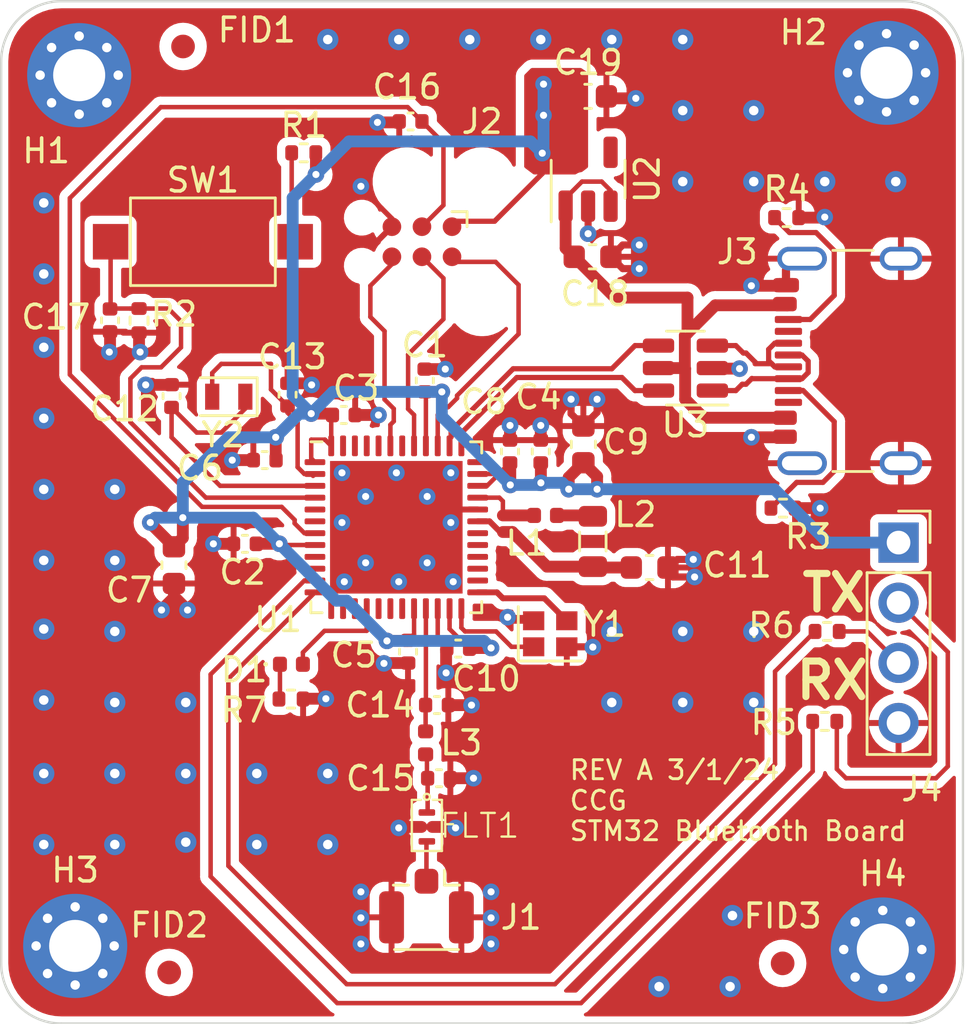
<source format=kicad_pcb>
(kicad_pcb (version 20221018) (generator pcbnew)
  (layers (0 "F.Cu" signal) (1 "In1.Cu" signal) (2 "In2.Cu" signal) (31 "B.Cu" signal) (34 "B.Paste" user) (35 "F.Paste" user) (36 "B.SilkS" user "B.Silkscreen") (37 "F.SilkS" user "F.Silkscreen") (38 "B.Mask" user) (39 "F.Mask" user) (44 "Edge.Cuts" user))
  (net 0 "")
  (net 1 "+3.3V")
  (net 2 "GND")
  (net 3 "Net-(U1-VFBSMPS)")
  (net 4 "Net-(U1-PC15)")
  (net 5 "Net-(U1-PC14)")
  (net 6 "/RF_sig")
  (net 7 "/BOOT0")
  (net 8 "+5V")
  (net 9 "Net-(D1-K)")
  (net 10 "Net-(D1-A)")
  (net 11 "Net-(FLT1-OUT)")
  (net 12 "/SWDIO")
  (net 15 "/UART_TXC")
  (net 16 "/UART_RXC")
  (net 17 "Net-(L1-Pad1)")
  (net 18 "Net-(U1-VLXSMPS)")
  (net 19 "Net-(R1-Pad1)")
  (net 20 "/UART_TX")
  (net 21 "/UART_RX")
  (net 32 "Net-(U1-OSC_OUT)")
  (net 33 "Net-(U1-OSC_IN)")
  (net 40 "/USB_D-")
  (net 41 "/USB_D+")
  (net 48 "/RF_STM")
  (net 49 "/SWDNRST")
  (net 50 "/SWDO")
  (net 51 "/SWDCLK")
  (net 52 "/USBC_D-")
  (net 53 "/USBC_D+")
  (net 54 "/USB_CC2")
  (net 55 "/USB_CC1")
  (footprint "Capacitor_SMD:C_0603_1608Metric" (layer "F.Cu") (at 164.688377 66.676076)
    (fp_text reference "C18")
    (fp_text value "4u7")
  )
  (footprint "MountingHole:MountingHole_2.2mm_M2_Pad_Via" (layer "F.Cu") (at 142.826478 95.783384)
    (fp_text reference "H3")
    (fp_text value "MountingHole_Pad")
  )
  (footprint "BluePillPCBFootPrints:DLFT62500LT-5028A1" (layer "F.Cu") (at 157.686746 90.757051 -90)
    (fp_text reference "FLT1")
    (fp_text value "DLFT62500LT-5028A1")
  )
  (footprint "Package_DFN_QFN:QFN-48-1EP_7x7mm_P0.5mm_EP5.6x5.6mm" (layer "F.Cu") (at 156.396 78.1)
    (fp_text reference "U1")
    (fp_text value "STM32WB55CEU6")
  )
  (footprint "Capacitor_SMD:C_0603_1608Metric" (layer "F.Cu") (at 147 79.7 -90)
    (fp_text reference "C7")
    (fp_text value "4u7")
  )
  (footprint "Resistor_SMD:R_0402_1005Metric" (layer "F.Cu") (at 174.599401 82.5)
    (fp_text reference "R6")
    (fp_text value "100R")
  )
  (footprint "Capacitor_SMD:C_0402_1005Metric" (layer "F.Cu") (at 154.177374 73.357466)
    (fp_text reference "C3")
    (fp_text value "100nF")
  )
  (footprint "Resistor_SMD:R_0402_1005Metric" (layer "F.Cu") (at 172.889357 65.022037 180)
    (fp_text reference "R4")
    (fp_text value "5k1")
  )
  (footprint "Capacitor_SMD:C_0402_1005Metric" (layer "F.Cu") (at 159.012846 83.22412 180)
    (fp_text reference "C10")
    (fp_text value "100nF")
  )
  (footprint "Package_TO_SOT_SMD:SOT-23-6" (layer "F.Cu") (at 168.612954 71.377024 180)
    (fp_text reference "U3")
    (fp_text value "~")
  )
  (footprint "LED_SMD:LED_0402_1005Metric" (layer "F.Cu") (at 151.9646 83.886198)
    (fp_text reference "D1")
    (fp_text value "LED")
  )
  (footprint "Resistor_SMD:R_0402_1005Metric" (layer "F.Cu") (at 145.525139 69.372262 90)
    (fp_text reference "R2")
    (fp_text value "5k1")
  )
  (footprint "Capacitor_SMD:C_0402_1005Metric" (layer "F.Cu") (at 144.3 69.359741 -90)
    (fp_text reference "C17")
    (fp_text value "100nF")
  )
  (footprint "Capacitor_SMD:C_0603_1608Metric" (layer "F.Cu") (at 167.1 79.8)
    (fp_text reference "C11")
    (fp_text value "4u7")
  )
  (footprint "Inductor_SMD:L_0402_1005Metric" (layer "F.Cu") (at 162.7 77.6 180)
    (fp_text reference "L1")
    (fp_text value "10n")
  )
  (footprint "Crystal:Crystal_SMD_2016-4Pin_2.0x1.6mm" (layer "F.Cu") (at 162.9 82.6)
    (fp_text reference "Y1")
    (fp_text value "32MHz")
  )
  (footprint "Button_Switch_SMD:SW_SPST_CK_RS282G05A3" (layer "F.Cu") (at 148.22324 66.04)
    (fp_text reference "SW1")
    (fp_text value "SW_Push")
  )
  (footprint "Capacitor_SMD:C_0402_1005Metric" (layer "F.Cu") (at 146.9 72.557477 -90)
    (fp_text reference "C12")
    (fp_text value "100nF")
  )
  (footprint "Capacitor_SMD:C_0402_1005Metric" (layer "F.Cu") (at 156.891111 83.354943 -90)
    (fp_text reference "C5")
    (fp_text value "100nF")
  )
  (footprint "MountingHole:MountingHole_2.2mm_M2_Pad_Via" (layer "F.Cu") (at 142.995839 59.004987)
    (fp_text reference "H1")
    (fp_text value "MountingHole_Pad")
  )
  (footprint "Crystal:Crystal_SMD_2012-2Pin_2.0x1.2mm" (layer "F.Cu") (at 149.316954 72.585948 180)
    (fp_text reference "Y2")
    (fp_text value "32kHz768")
  )
  (footprint "Capacitor_SMD:C_0603_1608Metric" (layer "F.Cu") (at 164.5 59.9)
    (fp_text reference "C19")
    (fp_text value "4u7")
  )
  (footprint "Capacitor_SMD:C_0402_1005Metric" (layer "F.Cu") (at 151.8 72.5 -90)
    (fp_text reference "C13")
    (fp_text value "100nF")
  )
  (footprint "MountingHole:MountingHole_2.2mm_M2_Pad_Via" (layer "F.Cu") (at 177.111264 58.902187)
    (fp_text reference "H2")
    (fp_text value "MountingHole_Pad")
  )
  (footprint "Capacitor_SMD:C_0402_1005Metric" (layer "F.Cu") (at 161.2 74.9 90)
    (fp_text reference "C8")
    (fp_text value "100nF")
  )
  (footprint "Capacitor_SMD:C_0402_1005Metric" (layer "F.Cu") (at 158.114753 85.608909)
    (fp_text reference "C14")
    (fp_text value "0p8")
  )
  (footprint "Resistor_SMD:R_0402_1005Metric" (layer "F.Cu") (at 151.94787 85.355532)
    (fp_text reference "R7")
    (fp_text value "220R")
  )
  (footprint "Connector_PinSocket_2.54mm:PinSocket_1x04_P2.54mm_Vertical" (layer "F.Cu") (at 177.618312 78.74763)
    (fp_text reference "J4")
    (fp_text value "Conn_01x04")
  )
  (footprint "Connector_USB:USB_C_Receptacle_GCT_USB4105-xx-A_16P_TopMnt_Horizontal" (layer "F.Cu") (at 176.644493 71.074701 90)
    (fp_text reference "J3")
    (fp_text value "USB_C_Receptacle_USB2.0_16P")
  )
  (footprint "Inductor_SMD:L_0805_2012Metric" (layer "F.Cu") (at 164.7 78.7 90)
    (fp_text reference "L2")
    (fp_text value "10u")
  )
  (footprint "Resistor_SMD:R_0402_1005Metric" (layer "F.Cu") (at 152.485405 62.285544)
    (fp_text reference "R1")
    (fp_text value "100R")
  )
  (footprint "Capacitor_SMD:C_0402_1005Metric" (layer "F.Cu") (at 150 78.8 180)
    (fp_text reference "C2")
    (fp_text value "100nF")
  )
  (footprint "Package_TO_SOT_SMD:SOT-23-5" (layer "F.Cu") (at 164.5 63.4 90)
    (fp_text reference "U2")
    (fp_text value "MIC5366-3.3YC5")
  )
  (footprint "Capacitor_SMD:C_0402_1005Metric" (layer "F.Cu") (at 157.6 71.9 90)
    (fp_text reference "C1")
    (fp_text value "100nF")
  )
  (footprint "Capacitor_SMD:C_0603_1608Metric" (layer "F.Cu") (at 164.3 74.6 90)
    (fp_text reference "C9")
    (fp_text value "4u7")
  )
  (footprint "Connector:Tag-Connect_TC2030-IDC-FP_2x03_P1.27mm_Vertical" (layer "F.Cu") (at 157.48 66.04 180)
    (fp_text reference "J2")
    (fp_text value "Conn_ARM_SWD_TagConnect_TC2030")
  )
  (footprint "MountingHole:MountingHole_2.2mm_M2_Pad_Via" (layer "F.Cu") (at 176.952192 95.935012)
    (fp_text reference "H4")
    (fp_text value "MountingHole_Pad")
  )
  (footprint "Fiducial:Fiducial_1mm_Mask2mm" (layer "F.Cu") (at 172.72 96.52)
    (fp_text reference "FID3")
    (fp_text value "Fiducial")
  )
  (footprint "Resistor_SMD:R_0402_1005Metric" (layer "F.Cu") (at 172.73689 77.291052 180)
    (fp_text reference "R3")
    (fp_text value "5k1")
  )
  (footprint "Fiducial:Fiducial_1mm_Mask2mm" (layer "F.Cu") (at 146.799008 96.904935)
    (fp_text reference "FID2")
    (fp_text value "Fiducial")
  )
  (footprint "Connector_Coaxial:U.FL_Hirose_U.FL-R-SMT-1_Vertical" (layer "F.Cu") (at 157.669974 94.1 -90)
    (fp_text reference "J1")
    (fp_text value "Conn_Coaxial")
  )
  (footprint "Capacitor_SMD:C_0402_1005Metric" (layer "F.Cu") (at 158.2 88.7)
    (fp_text reference "C15")
    (fp_text value "0p3")
  )
  (footprint "Capacitor_SMD:C_0402_1005Metric" (layer "F.Cu") (at 162.5 74.9 90)
    (fp_text reference "C4")
    (fp_text value "100nF")
  )
  (footprint "Resistor_SMD:R_0402_1005Metric" (layer "F.Cu") (at 174.5 86.3)
    (fp_text reference "R5")
    (fp_text value "100R")
  )
  (footprint "Inductor_SMD:L_0402_1005Metric" (layer "F.Cu") (at 157.63371 87.206707 -90)
    (fp_text reference "L3")
    (fp_text value "2n7")
  )
  (footprint "Capacitor_SMD:C_0402_1005Metric" (layer "F.Cu") (at 157 60.96 180)
    (fp_text reference "C16")
    (fp_text value "100nF")
  )
  (footprint "Capacitor_SMD:C_0402_1005Metric" (layer "F.Cu") (at 150.83522 75.263306 180)
    (fp_text reference "C6")
    (fp_text value "100nF")
  )
  (footprint "Fiducial:Fiducial_1mm_Mask2mm" (layer "F.Cu") (at 147.384943 57.793768)
    (fp_text reference "FID1")
    (fp_text value "Fiducial")
  )
  (gr_arc (start 180.34 96.52) (mid 179.596051 98.316051) (end 177.8 99.06) (stroke (width 0.1)) (layer "Edge.Cuts"))
  (gr_line (start 139.7 96.52) (end 139.7 58.42) (stroke (width 0.1)) (layer "Edge.Cuts"))
  (gr_arc (start 139.700001 58.42) (mid 140.443949 56.623949) (end 142.24 55.88) (stroke (width 0.1)) (layer "Edge.Cuts"))
  (gr_line (start 142.24 55.88) (end 177.8 55.88) (stroke (width 0.1)) (layer "Edge.Cuts"))
  (gr_line (start 177.8 99.06) (end 142.24 99.06) (stroke (width 0.1)) (layer "Edge.Cuts"))
  (gr_arc (start 142.24 99.06) (mid 140.443949 98.316051) (end 139.7 96.52) (stroke (width 0.1)) (layer "Edge.Cuts"))
  (gr_arc (start 177.8 55.88) (mid 179.596051 56.623949) (end 180.34 58.42) (stroke (width 0.1)) (layer "Edge.Cuts"))
  (gr_line (start 180.34 58.42) (end 180.34 96.52) (stroke (width 0.1)) (layer "Edge.Cuts"))
  (gr_text "TX" (at 173.4 81.75) (layer "F.SilkS") (effects (font (size 1.5 1.5) (thickness 0.3) bold) (justify left bottom)))
  (gr_text "RX" (at 173.15 85.45) (layer "F.SilkS") (effects (font (size 1.5 1.5) (thickness 0.3) bold) (justify left bottom)))
  (gr_text "REV A 3/1/24\nCCG \nSTM32 Bluetooth Board\n" (at 163.65 91.4) (layer "F.SilkS") (effects (font (size 0.8 0.8) (thickness 0.125)) (justify left bottom)))
  (segment (start 152.9585 75.35) (end 152.8 75.1915) (width 0.19) (layer "F.Cu") (net 1))
  (segment (start 158.9803 65.1747) (end 160.547867 65.1747) (width 0.22) (layer "F.Cu") (net 1))
  (segment (start 160.73 75.85) (end 161.2 75.38) (width 0.19) (layer "F.Cu") (net 1))
  (segment (start 153.3835 74.4) (end 153.646 74.6625) (width 0.19) (layer "F.Cu") (net 1))
  (segment (start 157.646 74.6625) (end 157.646 72.426) (width 0.19) (layer "F.Cu") (net 1))
  (segment (start 159.8335 76.35) (end 160.23 76.35) (width 0.19) (layer "F.Cu") (net 1))
  (segment (start 161.21198 76.312739) (end 161.21198 75.39198) (width 0.5) (layer "F.Cu") (net 1))
  (segment (start 151.508233 78.85) (end 151.45503 78.796797) (width 0.19) (layer "F.Cu") (net 1))
  (segment (start 158.75 65.405) (end 158.9803 65.1747) (width 0.22) (layer "F.Cu") (net 1))
  (segment (start 152.8 73.3) (end 153.639908 73.3) (width 0.5) (layer "F.Cu") (net 1))
  (segment (start 158.32 72.38) (end 157.6 72.38) (width 0.5) (layer "F.Cu") (net 1))
  (segment (start 162.601132 62.2625) (end 162.563632 62.3) (width 0.5) (layer "F.Cu") (net 1))
  (segment (start 150.483203 78.796797) (end 150.48 78.8) (width 0.5) (layer "F.Cu") (net 1))
  (segment (start 163.680465 76.4931) (end 163.680465 75.994535) (width 0.5) (layer "F.Cu") (net 1))
  (segment (start 159.472576 83.22412) (end 159.492846 83.22412) (width 0.19) (layer "F.Cu") (net 1))
  (segment (start 158.646 82.397544) (end 159.472576 83.22412) (width 0.19) (layer "F.Cu") (net 1))
  (segment (start 157.146 81.5375) (end 157.146 82.620054) (width 0.19) (layer "F.Cu") (net 1))
  (segment (start 161.21198 75.39198) (end 161.2 75.38) (width 0.5) (layer "F.Cu") (net 1))
  (segment (start 152.8 74.4) (end 153.3835 74.4) (width 0.19) (layer "F.Cu") (net 1))
  (segment (start 153 63.2) (end 153 62.290139) (width 0.5) (layer "F.Cu") (net 1))
  (segment (start 157.146 82.620054) (end 156.891111 82.874943) (width 0.19) (layer "F.Cu") (net 1))
  (segment (start 164.880465 75.955465) (end 164.3 75.375) (width 0.5) (layer "F.Cu") (net 1))
  (segment (start 152.8 75.1915) (end 152.8 74.4) (width 0.19) (layer "F.Cu") (net 1))
  (segment (start 160.547867 65.1747) (end 162.563632 63.158935) (width 0.22) (layer "F.Cu") (net 1))
  (segment (start 159.8335 75.85) (end 160.73 75.85) (width 0.19) (layer "F.Cu") (net 1))
  (segment (start 151.3 74.3) (end 151.3 75.248086) (width 0.5) (layer "F.Cu") (net 1))
  (segment (start 157.646 72.426) (end 157.6 72.38) (width 0.19) (layer "F.Cu") (net 1))
  (segment (start 162.505058 75.385058) (end 162.5 75.38) (width 0.5) (layer "F.Cu") (net 1))
  (segment (start 160.23 76.35) (end 161.2 75.38) (width 0.19) (layer "F.Cu") (net 1))
  (segment (start 158.646 81.5375) (end 158.646 82.397544) (width 0.19) (layer "F.Cu") (net 1))
  (segment (start 163.680465 75.994535) (end 164.3 75.375) (width 0.5) (layer "F.Cu") (net 1))
  (segment (start 146 77.9) (end 146 77.925) (width 0.5) (layer "F.Cu") (net 1))
  (segment (start 162.563632 63.158935) (end 162.563632 62.3) (width 0.22) (layer "F.Cu") (net 1))
  (segment (start 153.639908 73.3) (end 153.697374 73.357466) (width 0.5) (layer "F.Cu") (net 1))
  (segment (start 156 82.9) (end 156.866054 82.9) (width 0.5) (layer "F.Cu") (net 1))
  (segment (start 152.9585 78.85) (end 151.508233 78.85) (width 0.19) (layer "F.Cu") (net 1))
  (segment (start 160.4 83.2) (end 159.516966 83.2) (width 0.5) (layer "F.Cu") (net 1))
  (segment (start 151.35503 78.796797) (end 150.483203 78.796797) (width 0.5) (layer "F.Cu") (net 1))
  (segment (start 151.3 75.248086) (end 151.31522 75.263306) (width 0.5) (layer "F.Cu") (net 1))
  (segment (start 153.646 73.40884) (end 153.697374 73.357466) (width 0.19) (layer "F.Cu") (net 1))
  (segment (start 153 62.290139) (end 152.995405 62.285544) (width 0.5) (layer "F.Cu") (net 1))
  (segment (start 156.866054 82.9) (end 156.891111 82.874943) (width 0.5) (layer "F.Cu") (net 1))
  (segment (start 147.375076 77.695528) (end 147.375076 78.549924) (width 0.5) (layer "F.Cu") (net 1))
  (segment (start 162.505058 76.222844) (end 162.505058 75.385058) (width 0.5) (layer "F.Cu") (net 1))
  (segment (start 147.375076 78.549924) (end 147 78.925) (width 0.5) (layer "F.Cu") (net 1))
  (segment (start 164.880465 76.4931) (end 164.880465 75.955465) (width 0.5) (layer "F.Cu") (net 1))
  (segment (start 153.646 74.6625) (end 153.646 73.40884) (width 0.19) (layer "F.Cu") (net 1))
  (segment (start 146 77.925) (end 147 78.925) (width 0.5) (layer "F.Cu") (net 1))
  (segment (start 159.516966 83.2) (end 159.492846 83.22412) (width 0.5) (layer "F.Cu") (net 1))
  (via (at 162.616727 59.383997) (size 0.7) (drill 0.3) (layers "F.Cu" "B.Cu") (net 1))
  (via (at 151.3 74.3) (size 0.7) (drill 0.3) (layers "F.Cu" "B.Cu") (net 1))
  (via (at 153 63.2) (size 0.7) (drill 0.3) (layers "F.Cu" "B.Cu") (net 1))
  (via (at 162.563632 62.3) (size 0.7) (drill 0.3) (layers "F.Cu" "B.Cu") (net 1))
  (via (at 162.505058 76.222844) (size 0.7) (drill 0.3) (layers "F.Cu" "B.Cu") (net 1))
  (via (at 160.4 83.2) (size 0.7) (drill 0.3) (layers "F.Cu" "B.Cu") (net 1))
  (via (at 156 82.9) (size 0.7) (drill 0.3) (layers "F.Cu" "B.Cu") (net 1))
  (via (at 164.880465 76.4931) (size 0.7) (drill 0.3) (layers "F.Cu" "B.Cu") (net 1))
  (via (at 161.21198 76.312739) (size 0.7) (drill 0.3) (layers "F.Cu" "B.Cu") (net 1))
  (via (at 151.45503 78.796797) (size 0.7) (drill 0.3) (layers "F.Cu" "B.Cu") (net 1))
  (via (at 162.616727 60.7) (size 0.7) (drill 0.3) (layers "F.Cu" "B.Cu") (net 1))
  (via (at 147.375076 77.695528) (size 0.7) (drill 0.3) (layers "F.Cu" "B.Cu") (net 1))
  (via (at 152.8 73.3) (size 0.7) (drill 0.3) (layers "F.Cu" "B.Cu") (net 1))
  (via (at 163.680465 76.4931) (size 0.7) (drill 0.3) (layers "F.Cu" "B.Cu") (net 1))
  (via (at 146 77.9) (size 0.7) (drill 0.3) (layers "F.Cu" "B.Cu") (net 1))
  (via (at 158.31956 72.381364) (size 0.7) (drill 0.3) (layers "F.Cu" "B.Cu") (net 1))
  (segment (start 152.017489 64.182511) (end 152.017489 72.517489) (width 0.5) (layer "B.Cu") (net 1))
  (segment (start 151.3 74.3) (end 149.297363 74.3) (width 0.5) (layer "B.Cu") (net 1))
  (segment (start 162.066182 61.80255) (end 154.39745 61.80255) (width 0.5) (layer "B.Cu") (net 1))
  (segment (start 151.45503 78.796797) (end 153.858233 81.2) (width 0.5) (layer "B.Cu") (net 1))
  (segment (start 149.297363 74.3) (end 147.375076 76.222287) (width 0.5) (layer "B.Cu") (net 1))
  (segment (start 150.353761 77.695528) (end 147.375076 77.695528) (width 0.5) (layer "B.Cu") (net 1))
  (segment (start 154.39745 61.80255) (end 153 63.2) (width 0.5) (layer "B.Cu") (net 1))
  (segment (start 162.616727 60.7) (end 162.616727 62.246905) (width 0.5) (layer "B.Cu") (net 1))
  (segment (start 153 63.2) (end 152.017489 64.182511) (width 0.5) (layer "B.Cu") (net 1))
  (segment (start 153.718636 72.381364) (end 158.31956 72.381364) (width 0.5) (layer "B.Cu") (net 1))
  (segment (start 152.8 73.3) (end 153.718636 72.381364) (width 0.5) (layer "B.Cu") (net 1))
  (segment (start 147.375076 77.695528) (end 146.204472 77.695528) (width 0.5) (layer "B.Cu") (net 1))
  (segment (start 146.204472 77.695528) (end 146 77.9) (width 0.5) (layer "B.Cu") (net 1))
  (segment (start 158.31956 73.420319) (end 161.21198 76.312739) (width 0.5) (layer "B.Cu") (net 1))
  (segment (start 164.880465 76.4931) (end 172.37218 76.4931) (width 0.5) (layer "B.Cu") (net 1))
  (segment (start 172.37218 76.4931) (end 174.62671 78.74763) (width 0.5) (layer "B.Cu") (net 1))
  (segment (start 152.017489 72.517489) (end 152.8 73.3) (width 0.5) (layer "B.Cu") (net 1))
  (segment (start 156 82.9) (end 160.1 82.9) (width 0.5) (layer "B.Cu") (net 1))
  (segment (start 163.410209 76.222844) (end 163.680465 76.4931) (width 0.5) (layer "B.Cu") (net 1))
  (segment (start 162.505058 76.222844) (end 163.410209 76.222844) (width 0.5) (layer "B.Cu") (net 1))
  (segment (start 162.616727 62.246905) (end 162.563632 62.3) (width 0.5) (layer "B.Cu") (net 1))
  (segment (start 152.3 73.3) (end 151.3 74.3) (width 0.5) (layer "B.Cu") (net 1))
  (segment (start 162.616727 60.7) (end 162.616727 59.383997) (width 0.5) (layer "B.Cu") (net 1))
  (segment (start 174.62671 78.74763) (end 177.618312 78.74763) (width 0.5) (layer "B.Cu") (net 1))
  (segment (start 161.21198 76.312739) (end 162.415163 76.312739) (width 0.5) (layer "B.Cu") (net 1))
  (segment (start 153.858233 81.2) (end 154.3 81.2) (width 0.5) (layer "B.Cu") (net 1))
  (segment (start 160.1 82.9) (end 160.4 83.2) (width 0.5) (layer "B.Cu") (net 1))
  (segment (start 158.31956 72.381364) (end 158.31956 73.420319) (width 0.5) (layer "B.Cu") (net 1))
  (segment (start 154.3 81.2) (end 156 82.9) (width 0.5) (layer "B.Cu") (net 1))
  (segment (start 151.45503 78.796797) (end 150.353761 77.695528) (width 0.5) (layer "B.Cu") (net 1))
  (segment (start 147.375076 76.222287) (end 147.375076 77.695528) (width 0.5) (layer "B.Cu") (net 1))
  (segment (start 152.8 73.3) (end 152.3 73.3) (width 0.5) (layer "B.Cu") (net 1))
  (segment (start 162.563632 62.3) (end 162.066182 61.80255) (width 0.5) (layer "B.Cu") (net 1))
  (segment (start 163.680465 76.4931) (end 164.880465 76.4931) (width 0.5) (layer "B.Cu") (net 1))
  (segment (start 162.415163 76.312739) (end 162.505058 76.222844) (width 0.5) (layer "B.Cu") (net 1))
  (segment (start 147 81.070604) (end 146.475076 81.595528) (width 0.5) (layer "F.Cu") (net 2))
  (segment (start 163.595193 83.15) (end 164.687995 83.15) (width 0.3) (layer "F.Cu") (net 2))
  (segment (start 156.891111 83.834943) (end 155.889336 83.834943) (width 0.5) (layer "F.Cu") (net 2))
  (segment (start 154.9 63.757567) (end 156.21 65.067567) (width 0.22) (layer "F.Cu") (net 2))
  (segment (start 173.399357 65.022037) (end 174.477963 65.022037) (width 0.5) (layer "F.Cu") (net 2))
  (segment (start 168.276389 79.45784) (end 168.945037 79.45784) (width 0.3) (layer "F.Cu") (net 2))
  (segment (start 158.5 83.256966) (end 158.532846 83.22412) (width 0.5) (layer "F.Cu") (net 2))
  (segment (start 174.477963 65.022037) (end 174.5 65) (width 0.5) (layer "F.Cu") (net 2))
  (segment (start 159.8335 77.35) (end 157.146 77.35) (width 0.25) (layer "F.Cu") (net 2))
  (segment (start 158.599007 85.613163) (end 158.594753 85.608909) (width 0.5) (layer "F.Cu") (net 2))
  (segment (start 170.9 71.4) (end 169.77343 71.4) (width 0.5) (layer "F.Cu") (net 2))
  (segment (start 156.541195 90.757051) (end 156.5 90.798246) (width 0.5) (layer "F.Cu") (net 2))
  (segment (start 158.5 84.25) (end 158.5 83.256966) (width 0.5) (layer "F.Cu") (net 2))
  (segment (start 151.8 72.02) (end 152.750684 72.02) (width 0.5) (layer "F.Cu") (net 2))
  (segment (start 167.81104 79.923189) (end 168.276389 79.45784) (width 0.3) (layer "F.Cu") (net 2))
  (segment (start 166.516727 59.983997) (end 165.358997 59.983997) (width 0.5) (layer "F.Cu") (net 2))
  (segment (start 173.24689 77.291052) (end 174.301503 77.291052) (width 0.5) (layer "F.Cu") (net 2))
  (segment (start 146.891856 72.085621) (end 146.9 72.077477) (width 0.5) (layer "F.Cu") (net 2))
  (segment (start 149.465428 75.263306) (end 149.462961 75.265773) (width 0.5) (layer "F.Cu") (net 2))
  (segment (start 164.5 65.439708) (end 164.5 65.7) (width 0.3) (layer "F.Cu") (net 2))
  (segment (start 172.939194 74.3) (end 172.964493 74.274701) (width 0.5) (layer "F.Cu") (net 2))
  (segment (start 158.858805 90.757051) (end 157.914246 90.757051) (width 0.5) (layer "F.Cu") (net 2))
  (segment (start 145.805333 72.085621) (end 146.891856 72.085621) (width 0.5) (layer "F.Cu") (net 2))
  (segment (start 144.3 69.839741) (end 144.3 70.668789) (width 0.5) (layer "F.Cu") (net 2))
  (segment (start 144.3 70.668789) (end 144.268789 70.7) (width 0.5) (layer "F.Cu") (net 2))
  (segment (start 158.146 82.837274) (end 158.532846 83.22412) (width 0.19) (layer "F.Cu") (net 2))
  (segment (start 155.6 61) (end 156.48 61) (width 0.5) (layer "F.Cu") (net 2))
  (segment (start 165.963377 66.176076) (end 165.463377 66.676076) (width 0.3) (layer "F.Cu") (net 2))
  (segment (start 157.459246 90.757051) (end 156.541195 90.757051) (width 0.5) (layer "F.Cu") (net 2))
  (segment (start 158.465175 71.42) (end 157.6 71.42) (width 0.5) (layer "F.Cu") (net 2))
  (segment (start 146.883455 72.085621) (end 146.887856 72.090022) (width 0.5) (layer "F.Cu") (net 2))
  (segment (start 155.640998 73.357466) (end 155.64348 73.359948) (width 0.5) (layer "F.Cu") (net 2))
  (segment (start 158.653192 88.89247) (end 158.652623 88.893039) (width 0.5) (layer "F.Cu") (net 2))
  (segment (start 147 80.475) (end 147 81.070604) (width 0.5) (layer "F.Cu") (net 2))
  (segment (start 152.750684 72.02) (end 152.817489 72.086805) (width 0.5) (layer "F.Cu") (net 2))
  (segment (start 150.35522 75.263306) (end 149.465428 75.263306) (width 0.5) (layer "F.Cu") (net 2))
  (segment (start 168.087851 80.2) (end 167.81104 79.923189) (width 0.3) (layer "F.Cu") (net 2))
  (segment (start 152.471463 85.341939) (end 152.45787 85.355532) (width 0.5) (layer "F.Cu") (net 2))
  (segment (start 157.146 77.35) (end 156.396 78.1) (width 0.25) (layer "F.Cu") (net 2))
  (segment (start 147 80.475) (end 147 81.020452) (width 0.5) (layer "F.Cu") (net 2))
  (segment (start 172.939194 67.9) (end 172.964493 67.874701) (width 0.5) (layer "F.Cu") (net 2))
  (segment (start 159.573812 85.613163) (end 158.599007 85.613163) (width 0.5) (layer "F.Cu") (net 2))
  (segment (start 164.880465 73.244535) (end 164.3 73.825) (width 0.3) (layer "F.Cu") (net 2))
  (segment (start 161.2 73.8) (end 161.2 74.42) (width 0.5) (layer "F.Cu") (net 2))
  (segment (start 161.154807 81.954807) (end 162.1 81.954807) (width 0.3) (layer "F.Cu") (net 2))
  (segment (start 165.963377 67.176076) (end 165.463377 66.676076) (width 0.3) (layer "F.Cu") (net 2))
  (segment (start 166.663632 67.176076) (end 165.963377 67.176076) (width 0.3) (layer "F.Cu") (net 2))
  (segment (start 163.780465 72.6931) (end 163.780465 73.305465) (width 0.3) (layer "F.Cu") (net 2))
  (segment (start 166.663632 66.176076) (end 165.963377 66.176076) (width 0.3) (layer "F.Cu") (net 2))
  (segment (start 163.780465 73.305465) (end 164.3 73.825) (width 0.3) (layer "F.Cu") (net 2))
  (segment (start 174.301503 77.291052) (end 174.305558 77.295107) (width 0.5) (layer "F.Cu") (net 2))
  (segment (start 154.657374 73.357466) (end 155.640998 73.357466) (width 0.5) (layer "F.Cu") (net 2))
  (segment (start 148.666673 78.8) (end 149.52 78.8) (width 0.5) (layer "F.Cu") (net 2))
  (segment (start 155.889336 83.834943) (end 155.874313 83.849966) (width 0.5) (layer "F.Cu") (net 2))
  (segment (start 145.525139 70.65635) (end 145.568789 70.7) (width 0.5) (layer "F.Cu") (net 2))
  (segment (start 158.9 90.798246) (end 158.858805 90.757051) (width 0.5) (layer "F.Cu") (net 2))
  (segment (start 159.657402 88.699431) (end 158.653192 88.699431) (width 0.5) (layer "F.Cu") (net 2))
  (segment (start 145.525139 69.882262) (end 145.525139 70.65635) (width 0.5) (layer "F.Cu") (net 2))
  (segment (start 147 81.020452) (end 147.575076 81.595528) (width 0.5) (layer "F.Cu") (net 2))
  (segment (start 154.9 63.7) (end 154.9 63.757567) (width 0.22) (layer "F.Cu") (net 2))
  (segment (start 169.77343 71.4) (end 169.750454 71.377024) (width 0.5) (layer "F.Cu") (net 2))
  (segment (start 161.1 81.9) (end 161.154807 81.954807) (width 0.3) (layer "F.Cu") (net 2))
  (segment (start 171.4 74.3) (end 172.939194 74.3) (width 0.5) (layer "F.Cu") (net 2))
  (segment (start 153.419757 85.341939) (end 152.471463 85.341939) (width 0.5) (layer "F.Cu") (net 2))
  (segment (start 169 80.2) (end 168.087851 80.2) (width 0.3) (layer "F.Cu") (net 2))
  (segment (start 171.4 67.9) (end 172.939194 67.9) (width 0.5) (layer "F.Cu") (net 2))
  (segment (start 164.880465 72.6931) (end 164.880465 73.244535) (width 0.3) (layer "F.Cu") (net 2))
  (segment (start 158.146 81.5375) (end 158.146 82.837274) (width 0.19) (layer "F.Cu") (net 2))
  (segment (start 156.21 65.067567) (end 156.21 65.405) (width 0.22) (layer "F.Cu") (net 2))
  (segment (start 156.48 61) (end 156.52 60.96) (width 0.5) (layer "F.Cu") (net 2))
  (segment (start 164.5 65.7) (end 164.5 64.35) (width 0.3) (layer "F.Cu") (net 2))
  (segment (start 162.5 73.8) (end 162.5 74.42) (width 0.5) (layer "F.Cu") (net 2))
  (via (at 159.573812 85.613163) (size 0.7) (drill 0.3) (layers "F.Cu" "B.Cu") (net 2))
  (via (at 145.568789 70.7) (size 0.7) (drill 0.3) (layers "F.Cu" "B.Cu") (net 2))
  (via (at 165.5 57.5) (size 0.9) (drill 0.4) (layers "F.Cu" "B.Cu") (net 2))
  (via (at 147.5 85.5) (size 0.9) (drill 0.4) (layers "F.Cu" "B.Cu") (net 2))
  (via (at 155.874313 83.849966) (size 0.7) (drill 0.3) (layers "F.Cu" "B.Cu") (net 2))
  (via (at 157.7 76.8) (size 0.7) (drill 0.3) (layers "F.Cu" "B.Cu") (net 2))
  (via (at 170.6 94.5) (size 0.9) (drill 0.4) (layers "F.Cu" "B.Cu") (net 2))
  (via (at 168.945037 79.45784) (size 0.7) (drill 0.3) (layers "F.Cu" "B.Cu") (net 2))
  (via (at 156.5 90.798246) (size 0.7) (drill 0.3) (layers "F.Cu" "B.Cu") (net 2))
  (via (at 166.663632 66.176076) (size 0.7) (drill 0.3) (layers "F.Cu" "B.Cu") (net 2))
  (via (at 171.5 60.5) (size 0.9) (drill 0.4) (layers "F.Cu" "B.Cu") (net 2))
  (via (at 155.6 61) (size 0.7) (drill 0.3) (layers "F.Cu" "B.Cu") (net 2))
  (via (at 168.5 60.5) (size 0.9) (drill 0.4) (layers "F.Cu" "B.Cu") (net 2))
  (via (at 160.4 95.698246) (size 0.7) (drill 0.3) (layers "F.Cu" "B.Cu") (net 2))
  (via (at 157.7 79.6) (size 0.7) (drill 0.3) (layers "F.Cu" "B.Cu") (net 2))
  (via (at 144.5 82.5) (size 0.9) (drill 0.4) (layers "F.Cu" "B.Cu") (net 2))
  (via (at 155.1 79.6) (size 0.7) (drill 0.3) (layers "F.Cu" "B.Cu") (net 2))
  (via (at 164.880465 72.6931) (size 0.7) (drill 0.3) (layers "F.Cu" "B.Cu") (net 2))
  (via (at 158.8 80.4) (size 0.7) (drill 0.3) (layers "F.Cu" "B.Cu") (net 2))
  (via (at 141.5 91.5) (size 0.9) (drill 0.4) (layers "F.Cu" "B.Cu") (net 2))
  (via (at 159.657402 88.699431) (size 0.7) (drill 0.3) (layers "F.Cu" "B.Cu") (net 2))
  (via (at 169 80.2) (size 0.7) (drill 0.3) (layers "F.Cu" "B.Cu") (net 2))
  (via (at 148.666673 78.8) (size 0.7) (drill 0.3) (layers "F.Cu" "B.Cu") (net 2))
  (via (at 145.805333 72.085621) (size 0.7) (drill 0.3) (layers "F.Cu" "B.Cu") (net 2))
  (via (at 153.5 57.5) (size 0.9) (drill 0.4) (layers "F.Cu" "B.Cu") (net 2))
  (via (at 141.5 70.5) (size 0.9) (drill 0.4) (layers "F.Cu" "B.Cu") (net 2))
  (via (at 154.9 93.498246) (size 0.7) (drill 0.3) (layers "F.Cu" "B.Cu") (net 2))
  (via (at 149.462961 75.265773) (size 0.7) (drill 0.3) (layers "F.Cu" "B.Cu") (net 2))
  (via (at 159.5 57.5) (size 0.9) (drill 0.4) (layers "F.Cu" "B.Cu") (net 2))
  (via (at 147.5 88.5) (size 0.9) (drill 0.4) (layers "F.Cu" "B.Cu") (net 2))
  (via (at 144.5 85.5) (size 0.9) (drill 0.4) (layers "F.Cu" "B.Cu") (net 2))
  (via (at 156.5 80.4) (size 0.7) (drill 0.3) (layers "F.Cu" "B.Cu") (net 2))
  (via (at 170.5 97.5) (size 0.9) (drill 0.4) (layers "F.Cu" "B.Cu") (net 2))
  (via (at 154.2 80.4) (size 0.7) (drill 0.3) (layers "F.Cu" "B.Cu") (net 2))
  (via (at 177.5 63.5) (size 0.9) (drill 0.4) (layers "F.Cu" "B.Cu") (net 2))
  (via (at 158.7 75.8) (size 0.7) (drill 0.3) (layers "F.Cu" "B.Cu") (net 2))
  (via (at 168.5 85.5) (size 0.9) (drill 0.4) (layers "F.Cu" "B.Cu") (net 2))
  (via (at 165.5 85.5) (size 0.9) (drill 0.4) (layers "F.Cu" "B.Cu") (net 2))
  (via (at 156.4 75.8) (size 0.7) (drill 0.3) (layers "F.Cu" "B.Cu") (net 2))
  (via (at 164.5 65.7) (size 0.7) (drill 0.3) (layers "F.Cu" "B.Cu") (net 2))
  (via (at 174.5 63.5) (size 0.9) (drill 0.4) (layers "F.Cu" "B.Cu") (net 2))
  (via (at 141.5 85.4) (size 0.9) (drill 0.4) (layers "F.Cu" "B.Cu") (net 2))
  (via (at 144.268789 70.7) (size 0.7) (drill 0.3) (layers "F.Cu" "B.Cu") (net 2))
  (via (at 147.5 91.4) (size 0.9) (drill 0.4) (layers "F.Cu" "B.Cu") (net 2))
  (via (at 141.5 88.5) (size 0.9) (drill 0.4) (layers "F.Cu" "B.Cu") (net 2))
  (via (at 152.817489 72.086805) (size 0.7) (drill 0.3) (layers "F.Cu" "B.Cu") (net 2))
  (via (at 156.5 57.5) (size 0.9) (drill 0.4) (layers "F.Cu" "B.Cu") (net 2))
  (via (at 153.419757 85.341939) (size 0.7) (drill 0.3) (layers "F.Cu" "B.Cu") (net 2))
  (via (at 155.1 76.8) (size 0.7) (drill 0.3) (layers "F.Cu" "B.Cu") (net 2))
  (via (at 150.5 88.5) (size 0.9) (drill 0.4) (layers "F.Cu" "B.Cu") (net 2))
  (via (at 163.780465 72.6931) (size 0.7) (drill 0.3) (layers "F.Cu" "B.Cu") (net 2))
  (via (at 161.2 73.8) (size 0.7) (drill 0.3) (layers "F.Cu" "B.Cu") (net 2))
  (via (at 153.5 91.5) (size 0.9) (drill 0.4) (layers "F.Cu" "B.Cu") (net 2))
  (via (at 168.5 57.5) (size 0.9) (drill 0.4) (layers "F.Cu" "B.Cu") (net 2))
  (via (at 155.64348 73.359948) (size 0.7) (drill 0.3) (layers "F.Cu" "B.Cu") (net 2))
  (via (at 141.5 82.4) (size 0.9) (drill 0.4) (layers "F.Cu" "B.Cu") (net 2))
  (via (at 150.5 91.5) (size 0.9) (drill 0.4) (layers "F.Cu" "B.Cu") (net 2))
  (via (at 144.5 91.5) (size 0.9) (drill 0.4) (layers "F.Cu" "B.Cu") (net 2))
  (via (at 162.5 57.5) (size 0.9) (drill 0.4) (layers "F.Cu" "B.Cu") (net 2))
  (via (at 162.5 73.8) (size 0.7) (drill 0.3) (layers "F.Cu" "B.Cu") (net 2))
  (via (at 158.465175 71.42) (size 0.7) (drill 0.3) (layers "F.Cu" "B.Cu") (net 2))
  (via (at 144.5 76.5) (size 0.9) (drill 0.4) (layers "F.Cu" "B.Cu") (net 2))
  (via (at 158.9 90.798246) (size 0.7) (drill 0.3) (layers "F.Cu" "B.Cu") (net 2))
  (via (at 158.7 77.9) (size 0.7) (drill 0.3) (layers "F.Cu" "B.Cu") (net 2))
  (via (at 154.1 77.9) (size 0.7) (drill 0.3) (layers "F.Cu" "B.Cu") (net 2))
  (via (at 166.663632 67.176076) (size 0.7) (drill 0.3) (layers "F.Cu" "B.Cu") (net 2))
  (via (at 171.5 85.5) (size 0.9) (drill 0.4) (layers "F.Cu" "B.Cu") (net 2))
  (via (at 154.1 75.8) (size 0.7) (drill 0.3) (layers "F.Cu" "B.Cu") (net 2))
  (via (at 168.5 63.5) (size 0.9) (drill 0.4) (layers "F.Cu" "B.Cu") (net 2))
  (via (at 153.5 88.5) (size 0.9) (drill 0.4) (layers "F.Cu" "B.Cu") (net 2))
  (via (at 144.5 79.5) (size 0.9) (drill 0.4) (layers "F.Cu" "B.Cu") (net 2))
  (via (at 171.5 82.5) (size 0.9) (drill 0.4) (layers "F.Cu" "B.Cu") (net 2))
  (via (at 166.516727 59.983997) (size 0.7) (drill 0.3) (layers "F.Cu" "B.Cu") (net 2))
  (via (at 158.5 84.25) (size 0.7) (drill 0.3) (layers "F.Cu" "B.Cu") (net 2))
  (via (at 144.5 88.5) (size 0.9) (drill 0.4) (layers "F.Cu" "B.Cu") (net 2))
  (via (at 161.1 81.9) (size 0.7) (drill 0.3) (layers "F.Cu" "B.Cu") (net 2))
  (via (at 154.9 94.598246) (size 0.7) (drill 0.3) (layers "F.Cu" "B.Cu") (net 2))
  (via (at 141.5 67.4) (size 0.9) (drill 0.4) (layers "F.Cu" "B.Cu") (net 2))
  (via (at 141.5 76.5) (size 0.9) (drill 0.4) (layers "F.Cu" "B.Cu") (net 2))
  (via (at 167.5 97.5) (size 0.9) (drill 0.4) (layers "F.Cu" "B.Cu") (net 2))
  (via (at 160.4 93.498246) (size 0.7) (drill 0.3) (layers "F.Cu" "B.Cu") (net 2))
  (via (at 141.5 79.5) (size 0.9) (drill 0.4) (layers "F.Cu" "B.Cu") (net 2))
  (via (at 154.9 95.698246) (size 0.7) (drill 0.3) (layers "F.Cu" "B.Cu") (net 2))
  (via (at 164.7 83.162005) (size 0.7) (drill 0.3) (layers "F.Cu" "B.Cu") (net 2))
  (via (at 146.475076 81.595528) (size 0.7) (drill 0.3) (layers "F.Cu" "B.Cu") (net 2))
  (via (at 141.5 64.4) (size 0.9) (drill 0.4) (layers "F.Cu" "B.Cu") (net 2))
  (via (at 147.575076 81.595528) (size 0.7) (drill 0.3) (layers "F.Cu" "B.Cu") (net 2))
  (via (at 171.5 63.5) (size 0.9) (drill 0.4) (layers "F.Cu" "B.Cu") (net 2))
  (via (at 154.9 63.7) (size 0.7) (drill 0.3) (layers "F.Cu" "B.Cu") (net 2))
  (via (at 174.305558 77.295107) (size 0.7) (drill 0.3) (layers "F.Cu" "B.Cu") (net 2))
  (via (at 171.4 67.9) (size 0.7) (drill 0.3) (layers "F.Cu" "B.Cu") (net 2))
  (via (at 168.5 82.5) (size 0.9) (drill 0.4) (layers "F.Cu" "B.Cu") (net 2))
  (via (at 174.5 65) (size 0.7) (drill 0.3) (layers "F.Cu" "B.Cu") (net 2))
  (via (at 171.4 74.3) (size 0.7) (drill 0.3) (layers "F.Cu" "B.Cu") (net 2))
  (via (at 170.9 71.4) (size 0.7) (drill 0.3) (layers "F.Cu" "B.Cu") (net 2))
  (via (at 165.5 82.5) (size 0.9) (drill 0.4) (layers "F.Cu" "B.Cu") (net 2))
  (via (at 160.4 94.598246) (size 0.7) (drill 0.3) (layers "F.Cu" "B.Cu") (net 2))
  (via (at 141.5 73.5) (size 0.9) (drill 0.4) (layers "F.Cu" "B.Cu") (net 2))
  (segment (start 166.325 79.8) (end 164.7375 79.8) (width 0.5) (layer "F.Cu") (net 3))
  (segment (start 164.7375 79.8) (end 164.7 79.7625) (width 0.5) (layer "F.Cu") (net 3))
  (segment (start 164.7 79.7625) (end 162.7625 79.7625) (width 0.5) (layer "F.Cu") (net 3))
  (segment (start 160.336827 77.85) (end 159.8335 77.85) (width 0.25) (layer "F.Cu") (net 3))
  (segment (start 162.7625 79.7625) (end 161.5 78.5) (width 0.5) (layer "F.Cu") (net 3))
  (segment (start 161.3 78.3) (end 160.9 78.3) (width 0.5) (layer "F.Cu") (net 3))
  (segment (start 161.5 78.5) (end 161.3 78.3) (width 0.5) (layer "F.Cu") (net 3))
  (segment (start 160.786827 78.3) (end 160.336827 77.85) (width 0.25) (layer "F.Cu") (net 3))
  (segment (start 160.9 78.3) (end 160.786827 78.3) (width 0.25) (layer "F.Cu") (net 3))
  (segment (start 148.95 76.35) (end 152.9585 76.35) (width 0.19) (layer "F.Cu") (net 4))
  (segment (start 149 74.1) (end 150.016954 73.083046) (width 0.19) (layer "F.Cu") (net 4))
  (segment (start 146.9 74.3) (end 148.95 76.35) (width 0.19) (layer "F.Cu") (net 4))
  (segment (start 146.9 73.037477) (end 146.9 74.3) (width 0.19) (layer "F.Cu") (net 4))
  (segment (start 146.9 73.037477) (end 147.962523 74.1) (width 0.19) (layer "F.Cu") (net 4))
  (segment (start 147.962523 74.1) (end 149 74.1) (width 0.19) (layer "F.Cu") (net 4))
  (segment (start 150.016954 73.083046) (end 150.016954 72.585948) (width 0.19) (layer "F.Cu") (net 4))
  (segment (start 151.8 72.98) (end 151.8 73.259999) (width 0.19) (layer "F.Cu") (net 5))
  (segment (start 148.616954 71.583046) (end 148.616954 72.585948) (width 0.19) (layer "F.Cu") (net 5))
  (segment (start 151.8 72.98) (end 151.1 72.28) (width 0.19) (layer "F.Cu") (net 5))
  (segment (start 152.8785 75.93) (end 152.9585 75.85) (width 0.19) (layer "F.Cu") (net 5))
  (segment (start 149 71.2) (end 148.616954 71.583046) (width 0.19) (layer "F.Cu") (net 5))
  (segment (start 151.1 72.28) (end 151.1 71.2) (width 0.19) (layer "F.Cu") (net 5))
  (segment (start 151.8 73.259999) (end 152.226 73.685999) (width 0.19) (layer "F.Cu") (net 5))
  (segment (start 152.226 73.685999) (end 152.226 75.562314) (width 0.19) (layer "F.Cu") (net 5))
  (segment (start 152.513686 75.85) (end 152.9585 75.85) (width 0.19) (layer "F.Cu") (net 5))
  (segment (start 152.226 75.562314) (end 152.513686 75.85) (width 0.19) (layer "F.Cu") (net 5))
  (segment (start 151.1 71.2) (end 149 71.2) (width 0.19) (layer "F.Cu") (net 5))
  (segment (start 157.72 88.7) (end 157.72 90.113797) (width 0.19) (layer "F.Cu") (net 6))
  (segment (start 157.690727 88.891143) (end 157.692623 88.893039) (width 0.19) (layer "F.Cu") (net 6))
  (segment (start 157.72 90.113797) (end 157.686746 90.147051) (width 0.19) (layer "F.Cu") (net 6))
  (segment (start 157.690727 87.713662) (end 157.690727 88.891143) (width 0.19) (layer "F.Cu") (net 6))
  (segment (start 157.686746 88.898916) (end 157.692623 88.893039) (width 0.19) (layer "F.Cu") (net 6))
  (segment (start 144.317479 68.862262) (end 144.3 68.879741) (width 0.19) (layer "F.Cu") (net 7))
  (segment (start 145.160333 73.660333) (end 145.160333 71.818453) (width 0.19) (layer "F.Cu") (net 7))
  (segment (start 144.32324 68.856501) (end 144.32324 66.04) (width 0.19) (layer "F.Cu") (net 7))
  (segment (start 146.762262 68.862262) (end 145.15635 68.862262) (width 0.19) (layer "F.Cu") (net 7))
  (segment (start 145.525139 68.862262) (end 144.317479 68.862262) (width 0.19) (layer "F.Cu") (net 7))
  (segment (start 144.3 68.879741) (end 144.32324 68.856501) (width 0.19) (layer "F.Cu") (net 7))
  (segment (start 147.3 69.4) (end 146.762262 68.862262) (width 0.19) (layer "F.Cu") (net 7))
  (segment (start 148.35 76.85) (end 145.160333 73.660333) (width 0.19) (layer "F.Cu") (net 7))
  (segment (start 152.9585 76.85) (end 148.35 76.85) (width 0.19) (layer "F.Cu") (net 7))
  (segment (start 147.3 70.5) (end 147.3 69.4) (width 0.19) (layer "F.Cu") (net 7))
  (segment (start 145.160333 71.818453) (end 145.633786 71.345) (width 0.19) (layer "F.Cu") (net 7))
  (segment (start 145.633786 71.345) (end 146.455 71.345) (width 0.19) (layer "F.Cu") (net 7))
  (segment (start 146.455 71.345) (end 147.3 70.5) (width 0.19) (layer "F.Cu") (net 7))
  (segment (start 168.577024 71.377024) (end 167.475454 71.377024) (width 0.5) (layer "F.Cu") (net 8))
  (segment (start 163.55 64.5375) (end 163.55 66.312699) (width 0.5) (layer "F.Cu") (net 8))
  (segment (start 172.914493 68.724701) (end 172.964493 68.674701) (width 0.5) (layer "F.Cu") (net 8))
  (segment (start 169.875299 68.724701) (end 172.914493 68.724701) (width 0.5) (layer "F.Cu") (net 8))
  (segment (start 165.074999 63.5) (end 164.241518 63.5) (width 0.19) (layer "F.Cu") (net 8))
  (segment (start 168.6 71.4) (end 168.577024 71.377024) (width 0.5) (layer "F.Cu") (net 8))
  (segment (start 168.7 69.9) (end 168.7 68.4) (width 0.5) (layer "F.Cu") (net 8))
  (segment (start 168.587954 71.366094) (end 168.587954 70.012046) (width 0.5) (layer "F.Cu") (net 8))
  (segment (start 165.45 63.875001) (end 165.074999 63.5) (width 0.19) (layer "F.Cu") (net 8))
  (segment (start 165.637301 68.4) (end 163.913377 66.676076) (width 0.5) (layer "F.Cu") (net 8))
  (segment (start 168.587954 70.012046) (end 168.7 69.9) (width 0.5) (layer "F.Cu") (net 8))
  (segment (start 164.241518 63.5) (end 163.55 64.191518) (width 0.19) (layer "F.Cu") (net 8))
  (segment (start 168.587954 70.012046) (end 169.875299 68.724701) (width 0.5) (layer "F.Cu") (net 8))
  (segment (start 165.45 64.5375) (end 165.45 63.875001) (width 0.19) (layer "F.Cu") (net 8))
  (segment (start 163.55 66.312699) (end 163.913377 66.676076) (width 0.5) (layer "F.Cu") (net 8))
  (segment (start 169.382947 73.474701) (end 168.6 72.691754) (width 0.5) (layer "F.Cu") (net 8))
  (segment (start 168.577024 71.377024) (end 168.587954 71.366094) (width 0.5) (layer "F.Cu") (net 8))
  (segment (start 168.6 72.691754) (end 168.6 71.4) (width 0.5) (layer "F.Cu") (net 8))
  (segment (start 172.964493 73.474701) (end 169.382947 73.474701) (width 0.5) (layer "F.Cu") (net 8))
  (segment (start 168.7 68.4) (end 165.637301 68.4) (width 0.5) (layer "F.Cu") (net 8))
  (segment (start 163.55 64.191518) (end 163.55 64.5375) (width 0.19) (layer "F.Cu") (net 8))
  (segment (start 151.4796 85.313802) (end 151.43787 85.355532) (width 0.19) (layer "F.Cu") (net 9))
  (segment (start 151.4796 83.886198) (end 151.4796 85.313802) (width 0.19) (layer "F.Cu") (net 9))
  (segment (start 155.144947 81.983367) (end 155.144947 82.474453) (width 0.19) (layer "F.Cu") (net 10))
  (segment (start 155.146 81.5375) (end 155.146 81.982314) (width 0.19) (layer "F.Cu") (net 10))
  (segment (start 152.4496 83.386792) (end 152.4496 83.886198) (width 0.19) (layer "F.Cu") (net 10))
  (segment (start 153.361939 82.474453) (end 152.4496 83.386792) (width 0.19) (layer "F.Cu") (net 10))
  (segment (start 155.144947 82.474453) (end 153.361939 82.474453) (width 0.19) (layer "F.Cu") (net 10))
  (segment (start 155.146 81.982314) (end 155.144947 81.983367) (width 0.19) (layer "F.Cu") (net 10))
  (segment (start 157.669974 91.383823) (end 157.686746 91.367051) (width 0.19) (layer "F.Cu") (net 11))
  (segment (start 157.669974 93.05) (end 157.669974 91.383823) (width 0.19) (layer "F.Cu") (net 11))
  (segment (start 161.56245 67.86245) (end 160.5903 66.8903) (width 0.19) (layer "F.Cu") (net 12))
  (segment (start 158.473636 73.026364) (end 158.586728 73.026364) (width 0.19) (layer "F.Cu") (net 12))
  (segment (start 160.5903 66.8903) (end 158.9653 66.8903) (width 0.19) (layer "F.Cu") (net 12))
  (segment (start 158.96456 72.648532) (end 158.96456 72.53544) (width 0.19) (layer "F.Cu") (net 12))
  (segment (start 158.586728 73.026364) (end 158.96456 72.648532) (width 0.19) (layer "F.Cu") (net 12))
  (segment (start 158.96456 72.53544) (end 161.56245 69.93755) (width 0.19) (layer "F.Cu") (net 12))
  (segment (start 158.146 73.354) (end 158.473636 73.026364) (width 0.19) (layer "F.Cu") (net 12))
  (segment (start 158.9653 66.8903) (end 158.75 66.675) (width 0.19) (layer "F.Cu") (net 12))
  (segment (start 158.146 74.6625) (end 158.146 73.354) (width 0.19) (layer "F.Cu") (net 12))
  (segment (start 161.56245 69.93755) (end 161.56245 67.86245) (width 0.19) (layer "F.Cu") (net 12))
  (segment (start 179.7 83.369318) (end 177.618312 81.28763) (width 0.19) (layer "F.Cu") (net 15))
  (segment (start 179.2 88.7) (end 179.7 88.2) (width 0.19) (layer "F.Cu") (net 15))
  (segment (start 175.4 88.7) (end 179.2 88.7) (width 0.19) (layer "F.Cu") (net 15))
  (segment (start 179.7 88.2) (end 179.7 83.369318) (width 0.19) (layer "F.Cu") (net 15))
  (segment (start 175.01 86.3) (end 175.01 88.31) (width 0.19) (layer "F.Cu") (net 15))
  (segment (start 175.01 88.31) (end 175.4 88.7) (width 0.19) (layer "F.Cu") (net 15))
  (segment (start 176.290682 82.5) (end 177.618312 83.82763) (width 0.19) (layer "F.Cu") (net 16))
  (segment (start 175.109401 82.5) (end 176.290682 82.5) (width 0.19) (layer "F.Cu") (net 16))
  (segment (start 164.5625 77.6) (end 164.6 77.6375) (width 0.5) (layer "F.Cu") (net 17))
  (segment (start 163.185 77.6) (end 164.5625 77.6) (width 0.5) (layer "F.Cu") (net 17))
  (segment (start 159.8335 76.85) (end 160.75 76.85) (width 0.19) (layer "F.Cu") (net 18))
  (segment (start 160.9 77) (end 160.9 77.6) (width 0.19) (layer "F.Cu") (net 18))
  (segment (start 160.9 77.6) (end 162.215 77.6) (width 0.5) (layer "F.Cu") (net 18))
  (segment (start 160.75 76.85) (end 160.9 77) (width 0.19) (layer "F.Cu") (net 18))
  (segment (start 151.975405 62.285544) (end 151.975405 65.892165) (width 0.19) (layer "F.Cu") (net 19))
  (segment (start 151.975405 65.892165) (end 152.12324 66.04) (width 0.19) (layer "F.Cu") (net 19))
  (segment (start 153.9 98.2) (end 164.2 98.2) (width 0.19) (layer "F.Cu") (net 20))
  (segment (start 173.99 88.41) (end 173.99 86.3) (width 0.19) (layer "F.Cu") (net 20))
  (segment (start 152.513686 80.35) (end 148.55 84.313686) (width 0.19) (layer "F.Cu") (net 20))
  (segment (start 148.55 84.313686) (end 148.55 92.85) (width 0.19) (layer "F.Cu") (net 20))
  (segment (start 148.55 92.85) (end 153.9 98.2) (width 0.19) (layer "F.Cu") (net 20))
  (segment (start 164.2 98.2) (end 173.99 88.41) (width 0.19) (layer "F.Cu") (net 20))
  (segment (start 152.9585 80.35) (end 152.513686 80.35) (width 0.19) (layer "F.Cu") (net 20))
  (segment (start 163.1 97.4) (end 172.4 88.1) (width 0.19) (layer "F.Cu") (net 21))
  (segment (start 172.4 88.1) (end 172.4 84.189401) (width 0.19) (layer "F.Cu") (net 21))
  (segment (start 150.86437 82.93563) (end 149.3 84.5) (width 0.19) (layer "F.Cu") (net 21))
  (segment (start 149.3 84.5) (end 149.3 92.4) (width 0.19) (layer "F.Cu") (net 21))
  (segment (start 154.3 97.4) (end 163.1 97.4) (width 0.19) (layer "F.Cu") (net 21))
  (segment (start 152.9585 80.85) (end 150.87287 82.93563) (width 0.19) (layer "F.Cu") (net 21))
  (segment (start 150.87287 82.93563) (end 150.86437 82.93563) (width 0.19) (layer "F.Cu") (net 21))
  (segment (start 172.4 84.189401) (end 174.089401 82.5) (width 0.19) (layer "F.Cu") (net 21))
  (segment (start 149.3 92.4) (end 154.3 97.4) (width 0.19) (layer "F.Cu") (net 21))
  (segment (start 159.146 82.346) (end 159.3 82.5) (width 0.19) (layer "F.Cu") (net 32))
  (segment (start 159.3 82.5) (end 160.612168 82.5) (width 0.19) (layer "F.Cu") (net 32))
  (segment (start 160.612168 82.5) (end 161.262168 83.15) (width 0.19) (layer "F.Cu") (net 32))
  (segment (start 159.146 81.5375) (end 159.146 82.346) (width 0.19) (layer "F.Cu") (net 32))
  (segment (start 161.262168 83.15) (end 162.2 83.15) (width 0.19) (layer "F.Cu") (net 32))
  (segment (start 160.65 80.85) (end 160.9 81.1) (width 0.25) (layer "F.Cu") (net 33))
  (segment (start 160.9 81.1) (end 162.65 81.1) (width 0.25) (layer "F.Cu") (net 33))
  (segment (start 159.8335 80.85) (end 160.65 80.85) (width 0.25) (layer "F.Cu") (net 33))
  (segment (start 162.65 81.1) (end 163.6 82.05) (width 0.25) (layer "F.Cu") (net 33))
  (segment (start 159.146 74.35) (end 159.081 74.285) (width 0.22) (layer "F.Cu") (net 40))
  (segment (start 159.146 74.6625) (end 159.146 74.35) (width 0.22) (layer "F.Cu") (net 40))
  (segment (start 161.48665 71.77498) (end 165.929659 71.77498) (width 0.22) (layer "F.Cu") (net 40))
  (segment (start 165.929659 71.77498) (end 166.481703 72.327024) (width 0.22) (layer "F.Cu") (net 40))
  (segment (start 159.081 74.285) (end 159.081 74.18063) (width 0.22) (layer "F.Cu") (net 40))
  (segment (start 166.481703 72.327024) (end 167.475454 72.327024) (width 0.22) (layer "F.Cu") (net 40))
  (segment (start 159.081 74.18063) (end 161.48665 71.77498) (width 0.22) (layer "F.Cu") (net 40))
  (segment (start 158.646 74.6625) (end 158.646 74.35) (width 0.22) (layer "F.Cu") (net 41))
  (segment (start 166.481703 70.427024) (end 167.475454 70.427024) (width 0.22) (layer "F.Cu") (net 41))
  (segment (start 165.503727 71.405) (end 166.481703 70.427024) (width 0.22) (layer "F.Cu") (net 41))
  (segment (start 158.646 74.35) (end 158.711 74.285) (width 0.22) (layer "F.Cu") (net 41))
  (segment (start 158.711 74.285) (end 158.711 74.02737) (width 0.22) (layer "F.Cu") (net 41))
  (segment (start 161.33337 71.405) (end 165.503727 71.405) (width 0.22) (layer "F.Cu") (net 41))
  (segment (start 158.711 74.02737) (end 161.33337 71.405) (width 0.22) (layer "F.Cu") (net 41))
  (segment (start 157.646 81.5375) (end 157.646 85.597662) (width 0.19) (layer "F.Cu") (net 48))
  (segment (start 157.634753 86.687688) (end 157.690727 86.743662) (width 0.19) (layer "F.Cu") (net 48))
  (segment (start 157.634753 85.608909) (end 157.634753 86.687688) (width 0.19) (layer "F.Cu") (net 48))
  (segment (start 157.646 85.597662) (end 157.634753 85.608909) (width 0.19) (layer "F.Cu") (net 48))
  (segment (start 146.445 60.355) (end 156.875 60.355) (width 0.19) (layer "F.Cu") (net 49))
  (segment (start 151.552168 77.24) (end 148.188457 77.24) (width 0.19) (layer "F.Cu") (net 49))
  (segment (start 148.188457 77.24) (end 142.6 71.651544) (width 0.19) (layer "F.Cu") (net 49))
  (segment (start 152.1 77.936314) (end 152.1 77.787832) (width 0.19) (layer "F.Cu") (net 49))
  (segment (start 158.38745 61.86745) (end 158.38745 64.49755) (width 0.19) (layer "F.Cu") (net 49))
  (segment (start 152.9585 78.35) (end 152.513686 78.35) (width 0.19) (layer "F.Cu") (net 49))
  (segment (start 156.875 60.355) (end 157.48 60.96) (width 0.19) (layer "F.Cu") (net 49))
  (segment (start 152.1 77.787832) (end 151.552168 77.24) (width 0.19) (layer "F.Cu") (net 49))
  (segment (start 157.48 60.96) (end 158.38745 61.86745) (width 0.19) (layer "F.Cu") (net 49))
  (segment (start 142.6 64.2) (end 146.445 60.355) (width 0.19) (layer "F.Cu") (net 49))
  (segment (start 158.38745 64.49755) (end 157.48 65.405) (width 0.19) (layer "F.Cu") (net 49))
  (segment (start 142.6 71.651544) (end 142.6 64.2) (width 0.19) (layer "F.Cu") (net 49))
  (segment (start 152.513686 78.35) (end 152.1 77.936314) (width 0.19) (layer "F.Cu") (net 49))
  (segment (start 155.3 69.216354) (end 155.3 67.898506) (width 0.19) (layer "F.Cu") (net 50))
  (segment (start 155.9 69.816354) (end 155.3 69.216354) (width 0.19) (layer "F.Cu") (net 50))
  (segment (start 156.28848 73.09278) (end 155.9 72.7043) (width 0.19) (layer "F.Cu") (net 50))
  (segment (start 155.9 72.7043) (end 155.9 69.816354) (width 0.19) (layer "F.Cu") (net 50))
  (segment (start 156.28848 73.627116) (end 156.28848 73.09278) (width 0.19) (layer "F.Cu") (net 50))
  (segment (start 156.146 74.6625) (end 156.146 73.769596) (width 0.19) (layer "F.Cu") (net 50))
  (segment (start 155.3 67.898506) (end 156.21 66.988506) (width 0.19) (layer "F.Cu") (net 50))
  (segment (start 156.146 73.769596) (end 156.28848 73.627116) (width 0.19) (layer "F.Cu") (net 50))
  (segment (start 156.21 66.988506) (end 156.21 66.675) (width 0.19) (layer "F.Cu") (net 50))
  (segment (start 158.38745 67.58245) (end 157.48 66.675) (width 0.19) (layer "F.Cu") (net 51))
  (segment (start 157.146 73.355064) (end 156.895 73.104064) (width 0.19) (layer "F.Cu") (net 51))
  (segment (start 156.895 70.801454) (end 158.38745 69.309004) (width 0.19) (layer "F.Cu") (net 51))
  (segment (start 157.146 74.6625) (end 157.146 73.355064) (width 0.19) (layer "F.Cu") (net 51))
  (segment (start 158.38745 69.309004) (end 158.38745 67.58245) (width 0.19) (layer "F.Cu") (net 51))
  (segment (start 156.895 73.104064) (end 156.895 70.801454) (width 0.19) (layer "F.Cu") (net 51))
  (segment (start 169.750454 72.327024) (end 170.744205 72.327024) (width 0.22) (layer "F.Cu") (net 52))
  (segment (start 170.744205 72.327024) (end 171.011229 72.06) (width 0.22) (layer "F.Cu") (net 52))
  (segment (start 171.011229 72.06) (end 171.173381 72.06) (width 0.22) (layer "F.Cu") (net 52))
  (segment (start 172.964493 70.824701) (end 173.539492 70.824701) (width 0.22) (layer "F.Cu") (net 52))
  (segment (start 171.416691 71.816691) (end 171.424701 71.824701) (width 0.22) (layer "F.Cu") (net 52))
  (segment (start 173.539492 71.824701) (end 172.964493 71.824701) (width 0.22) (layer "F.Cu") (net 52))
  (segment (start 171.173381 72.06) (end 171.416691 71.816691) (width 0.22) (layer "F.Cu") (net 52))
  (segment (start 171.424701 71.824701) (end 172.964493 71.824701) (width 0.22) (layer "F.Cu") (net 52))
  (segment (start 173.539492 70.824701) (end 173.799493 71.084702) (width 0.22) (layer "F.Cu") (net 52))
  (segment (start 173.799493 71.084702) (end 173.799493 71.5647) (width 0.22) (layer "F.Cu") (net 52))
  (segment (start 173.799493 71.5647) (end 173.539492 71.824701) (width 0.22) (layer "F.Cu") (net 52))
  (segment (start 172.129493 71.0647) (end 172.389494 71.324701) (width 0.22) (layer "F.Cu") (net 53))
  (segment (start 169.750454 70.427024) (end 170.744205 70.427024) (width 0.22) (layer "F.Cu") (net 53))
  (segment (start 172.256817 71.192024) (end 172.389494 71.324701) (width 0.22) (layer "F.Cu") (net 53))
  (segment (start 171.587009 71.192024) (end 172.256817 71.192024) (width 0.22) (layer "F.Cu") (net 53))
  (segment (start 172.389494 70.324701) (end 172.129493 70.584702) (width 0.22) (layer "F.Cu") (net 53))
  (segment (start 171.56 71.192024) (end 171.587009 71.192024) (width 0.22) (layer "F.Cu") (net 53))
  (segment (start 172.964493 70.324701) (end 172.389494 70.324701) (width 0.22) (layer "F.Cu") (net 53))
  (segment (start 171.057181 70.74) (end 171.173381 70.74) (width 0.22) (layer "F.Cu") (net 53))
  (segment (start 171.173381 70.74) (end 171.56 71.126619) (width 0.22) (layer "F.Cu") (net 53))
  (segment (start 170.744205 70.427024) (end 171.057181 70.74) (width 0.22) (layer "F.Cu") (net 53))
  (segment (start 172.129493 70.584702) (end 172.129493 71.0647) (width 0.22) (layer "F.Cu") (net 53))
  (segment (start 172.389494 71.324701) (end 172.964493 71.324701) (width 0.22) (layer "F.Cu") (net 53))
  (segment (start 171.56 71.126619) (end 171.56 71.192024) (width 0.22) (layer "F.Cu") (net 53))
  (segment (start 173.882371 69.324701) (end 174.899493 68.307579) (width 0.22) (layer "F.Cu") (net 54))
  (segment (start 174.899493 68.307579) (end 174.899493 66.419188) (width 0.22) (layer "F.Cu") (net 54))
  (segment (start 174.899493 66.419188) (end 174.132342 65.652037) (width 0.22) (layer "F.Cu") (net 54))
  (segment (start 172.964493 69.324701) (end 173.882371 69.324701) (width 0.22) (layer "F.Cu") (net 54))
  (segment (start 174.132342 65.652037) (end 173.009357 65.652037) (width 0.22) (layer "F.Cu") (net 54))
  (segment (start 173.009357 65.652037) (end 172.379357 65.022037) (width 0.22) (layer "F.Cu") (net 54))
  (segment (start 174.899493 73.638149) (end 174.899493 75.730214) (width 0.22) (layer "F.Cu") (net 55))
  (segment (start 173.313241 76.204701) (end 172.22689 77.291052) (width 0.22) (layer "F.Cu") (net 55))
  (segment (start 172.964493 72.324701) (end 173.586045 72.324701) (width 0.22) (layer "F.Cu") (net 55))
  (segment (start 174.899493 75.730214) (end 174.425006 76.204701) (width 0.22) (layer "F.Cu") (net 55))
  (segment (start 174.425006 76.204701) (end 173.313241 76.204701) (width 0.22) (layer "F.Cu") (net 55))
  (segment (start 173.586045 72.324701) (end 174.899493 73.638149) (width 0.22) (layer "F.Cu") (net 55))
  (zone (net 1) (net_name "+3.3V") (layer "F.Cu") (priority 1) (connect_pads yes (clearance 0.3)) (min_thickness 0.15) (fill yes (thermal_gap 0.4) (thermal_bridge_width 0.25))
    (polygon (pts (xy 164.1 63.2) (xy 162.2 63.2) (xy 161.8 62.9) (xy 161.8 59) (xy 162.1 58.7) (xy 164.2 58.7) (xy 164.5 58.9) (xy 164.5 62.9)))
  )
  (zone (net 2) (net_name "GND") (layers "F.Cu" "In1.Cu" "In2.Cu") (connect_pads (clearance 0.35)) (min_thickness 0.15) (fill yes (thermal_gap 0.4) (thermal_bridge_width 0.25))
    (polygon (pts (xy 139.7 55.88) (xy 180.34 55.88) (xy 180.34 99.06) (xy 139.7 99.06)))
  )
)
</source>
